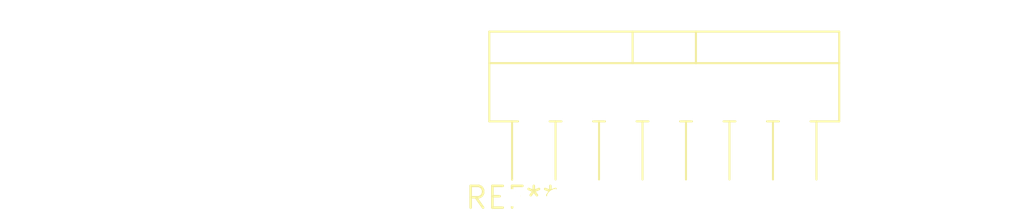
<source format=kicad_pcb>
(kicad_pcb (version 20240108) (generator pcbnew)
  (layers (0 "F.Cu" signal) (31 "B.Cu" signal) (34 "B.Paste" user) (35 "F.Paste" user) (36 "B.SilkS" user "B.Silkscreen") (37 "F.SilkS" user "F.Silkscreen") (38 "B.Mask" user) (39 "F.Mask" user) (44 "Edge.Cuts" user))
  (net 0 "")
  (footprint "TO-220-15_P2.54x2.54mm_StaggerOdd_Lead4.58mm_Vertical" (layer "F.Cu") (at 0 0)
    (property "Reference" "REF**")
    (property "Value" "TO-220-15_P2.54x2.54mm_StaggerOdd_Lead4.58mm_Vertical")
    (fp_line (start -1.33 -9.7) (end -1.33 -4.459) (layer "F.SilkS") (stroke (width 0.12)))
    (fp_line (start -1.33 -9.7) (end 19.11 -9.7) (layer "F.SilkS") (stroke (width 0.12)))
    (fp_line (start -1.33 -7.86) (end 19.11 -7.86) (layer "F.SilkS") (stroke (width 0.12)))
    (fp_line (start -1.33 -4.459) (end 0.346 -4.459) (layer "F.SilkS") (stroke (width 0.12)))
    (fp_line (start 0 -4.459) (end 0 -1.05) (layer "F.SilkS") (stroke (width 0.12)))
    (fp_line (start 2.195 -4.459) (end 2.886 -4.459) (layer "F.SilkS") (stroke (width 0.12)))
    (fp_line (start 2.54 -4.459) (end 2.54 -1.065) (layer "F.SilkS") (stroke (width 0.12)))
    (fp_line (start 4.735 -4.459) (end 5.426 -4.459) (layer "F.SilkS") (stroke (width 0.12)))
    (fp_line (start 5.08 -4.459) (end 5.08 -1.065) (layer "F.SilkS") (stroke (width 0.12)))
    (fp_line (start 7.041 -9.7) (end 7.041 -7.86) (layer "F.SilkS") (stroke (width 0.12)))
    (fp_line (start 7.275 -4.459) (end 7.966 -4.459) (layer "F.SilkS") (stroke (width 0.12)))
    (fp_line (start 7.62 -4.459) (end 7.62 -1.065) (layer "F.SilkS") (stroke (width 0.12)))
    (fp_line (start 9.815 -4.459) (end 10.506 -4.459) (layer "F.SilkS") (stroke (width 0.12)))
    (fp_line (start 10.16 -4.459) (end 10.16 -1.065) (layer "F.SilkS") (stroke (width 0.12)))
    (fp_line (start 10.74 -9.7) (end 10.74 -7.86) (layer "F.SilkS") (stroke (width 0.12)))
    (fp_line (start 12.355 -4.459) (end 13.046 -4.459) (layer "F.SilkS") (stroke (width 0.12)))
    (fp_line (start 12.7 -4.459) (end 12.7 -1.065) (layer "F.SilkS") (stroke (width 0.12)))
    (fp_line (start 14.895 -4.459) (end 15.586 -4.459) (layer "F.SilkS") (stroke (width 0.12)))
    (fp_line (start 15.24 -4.459) (end 15.24 -1.065) (layer "F.SilkS") (stroke (width 0.12)))
    (fp_line (start 17.435 -4.459) (end 19.11 -4.459) (layer "F.SilkS") (stroke (width 0.12)))
    (fp_line (start 17.78 -4.459) (end 17.78 -1.065) (layer "F.SilkS") (stroke (width 0.12)))
    (fp_line (start 19.11 -9.7) (end 19.11 -4.459) (layer "F.SilkS") (stroke (width 0.12)))
    (pad "1" thru_hole rect (at 0 0) (size 1.8 1.8) (drill 1) (layers *.Cu *.Mask) (remove_unused_layers))
    (pad "2" thru_hole oval (at 1.27 -5.08) (size 1.8 1.8) (drill 1) (layers *.Cu *.Mask) (remove_unused_layers))
    (pad "3" thru_hole oval (at 2.54 0) (size 1.8 1.8) (drill 1) (layers *.Cu *.Mask) (remove_unused_layers))
    (pad "4" thru_hole oval (at 3.81 -5.08) (size 1.8 1.8) (drill 1) (layers *.Cu *.Mask) (remove_unused_layers))
    (pad "5" thru_hole oval (at 5.08 0) (size 1.8 1.8) (drill 1) (layers *.Cu *.Mask) (remove_unused_layers))
    (pad "6" thru_hole oval (at 6.35 -5.08) (size 1.8 1.8) (drill 1) (layers *.Cu *.Mask) (remove_unused_layers))
    (pad "7" thru_hole oval (at 7.62 0) (size 1.8 1.8) (drill 1) (layers *.Cu *.Mask) (remove_unused_layers))
    (pad "8" thru_hole oval (at 8.89 -5.08) (size 1.8 1.8) (drill 1) (layers *.Cu *.Mask) (remove_unused_layers))
    (pad "9" thru_hole oval (at 10.16 0) (size 1.8 1.8) (drill 1) (layers *.Cu *.Mask) (remove_unused_layers))
    (pad "10" thru_hole oval (at 11.43 -5.08) (size 1.8 1.8) (drill 1) (layers *.Cu *.Mask) (remove_unused_layers))
    (pad "11" thru_hole oval (at 12.7 0) (size 1.8 1.8) (drill 1) (layers *.Cu *.Mask) (remove_unused_layers))
    (pad "12" thru_hole oval (at 13.97 -5.08) (size 1.8 1.8) (drill 1) (layers *.Cu *.Mask) (remove_unused_layers))
    (pad "13" thru_hole oval (at 15.24 0) (size 1.8 1.8) (drill 1) (layers *.Cu *.Mask) (remove_unused_layers))
    (pad "14" thru_hole oval (at 16.51 -5.08) (size 1.8 1.8) (drill 1) (layers *.Cu *.Mask) (remove_unused_layers))
    (pad "15" thru_hole oval (at 17.78 0) (size 1.8 1.8) (drill 1) (layers *.Cu *.Mask) (remove_unused_layers))
  )
)
</source>
